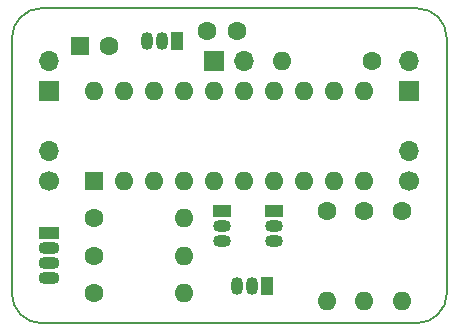
<source format=gbr>
G04 #@! TF.GenerationSoftware,KiCad,Pcbnew,5.0.0*
G04 #@! TF.CreationDate,2018-10-17T16:46:10-04:00*
G04 #@! TF.ProjectId,led-board,6C65642D626F6172642E6B696361645F,rev?*
G04 #@! TF.SameCoordinates,PX7c25018PY6350ce0*
G04 #@! TF.FileFunction,Copper,L1,Top,Signal*
G04 #@! TF.FilePolarity,Positive*
%FSLAX46Y46*%
G04 Gerber Fmt 4.6, Leading zero omitted, Abs format (unit mm)*
G04 Created by KiCad (PCBNEW 5.0.0) date Wed Oct 17 16:46:10 2018*
%MOMM*%
%LPD*%
G01*
G04 APERTURE LIST*
G04 #@! TA.AperFunction,NonConductor*
%ADD10C,0.150000*%
G04 #@! TD*
G04 #@! TA.AperFunction,ComponentPad*
%ADD11O,1.050000X1.500000*%
G04 #@! TD*
G04 #@! TA.AperFunction,ComponentPad*
%ADD12R,1.050000X1.500000*%
G04 #@! TD*
G04 #@! TA.AperFunction,ComponentPad*
%ADD13R,1.600000X1.600000*%
G04 #@! TD*
G04 #@! TA.AperFunction,ComponentPad*
%ADD14O,1.600000X1.600000*%
G04 #@! TD*
G04 #@! TA.AperFunction,ComponentPad*
%ADD15R,1.700000X1.700000*%
G04 #@! TD*
G04 #@! TA.AperFunction,ComponentPad*
%ADD16O,1.700000X1.700000*%
G04 #@! TD*
G04 #@! TA.AperFunction,ComponentPad*
%ADD17C,1.600000*%
G04 #@! TD*
G04 #@! TA.AperFunction,ComponentPad*
%ADD18C,1.700000*%
G04 #@! TD*
G04 #@! TA.AperFunction,ComponentPad*
%ADD19R,1.800000X1.070000*%
G04 #@! TD*
G04 #@! TA.AperFunction,ComponentPad*
%ADD20O,1.800000X1.070000*%
G04 #@! TD*
G04 #@! TA.AperFunction,ComponentPad*
%ADD21R,1.500000X1.050000*%
G04 #@! TD*
G04 #@! TA.AperFunction,ComponentPad*
%ADD22O,1.500000X1.050000*%
G04 #@! TD*
G04 APERTURE END LIST*
D10*
X34290000Y26670000D02*
G75*
G02X36830000Y24130000I0J-2540000D01*
G01*
X0Y24130000D02*
G75*
G02X2540000Y26670000I2540000J0D01*
G01*
X2540000Y0D02*
G75*
G02X0Y2540000I0J2540000D01*
G01*
X36830000Y2540000D02*
G75*
G02X34290000Y0I-2540000J0D01*
G01*
X0Y2540000D02*
X0Y24130000D01*
X34290000Y0D02*
X2540000Y0D01*
X36830000Y24130000D02*
X36830000Y2540000D01*
X2540000Y26670000D02*
X34290000Y26670000D01*
D11*
G04 #@! TO.P,Q2,2*
G04 #@! TO.N,/GREEN*
X20320000Y3175000D03*
G04 #@! TO.P,Q2,3*
G04 #@! TO.N,Net-(Q2-Pad3)*
X19050000Y3175000D03*
D12*
G04 #@! TO.P,Q2,1*
G04 #@! TO.N,GND*
X21590000Y3175000D03*
G04 #@! TD*
D13*
G04 #@! TO.P,U2,1*
G04 #@! TO.N,+3V3*
X6985000Y12065000D03*
D14*
G04 #@! TO.P,U2,11*
G04 #@! TO.N,Net-(U2-Pad11)*
X29845000Y19685000D03*
G04 #@! TO.P,U2,2*
G04 #@! TO.N,Net-(U2-Pad2)*
X9525000Y12065000D03*
G04 #@! TO.P,U2,12*
G04 #@! TO.N,/GREEN*
X27305000Y19685000D03*
G04 #@! TO.P,U2,3*
G04 #@! TO.N,/RX*
X12065000Y12065000D03*
G04 #@! TO.P,U2,13*
G04 #@! TO.N,Net-(U2-Pad13)*
X24765000Y19685000D03*
G04 #@! TO.P,U2,4*
G04 #@! TO.N,/TX*
X14605000Y12065000D03*
G04 #@! TO.P,U2,14*
G04 #@! TO.N,/BLUE*
X22225000Y19685000D03*
G04 #@! TO.P,U2,5*
G04 #@! TO.N,Net-(U2-Pad5)*
X17145000Y12065000D03*
G04 #@! TO.P,U2,15*
G04 #@! TO.N,Net-(U2-Pad15)*
X19685000Y19685000D03*
G04 #@! TO.P,U2,6*
G04 #@! TO.N,Net-(U2-Pad6)*
X19685000Y12065000D03*
G04 #@! TO.P,U2,16*
G04 #@! TO.N,/RESET*
X17145000Y19685000D03*
G04 #@! TO.P,U2,7*
G04 #@! TO.N,Net-(U2-Pad7)*
X22225000Y12065000D03*
G04 #@! TO.P,U2,17*
G04 #@! TO.N,/TEST*
X14605000Y19685000D03*
G04 #@! TO.P,U2,8*
G04 #@! TO.N,Net-(U2-Pad8)*
X24765000Y12065000D03*
G04 #@! TO.P,U2,18*
G04 #@! TO.N,Net-(U2-Pad18)*
X12065000Y19685000D03*
G04 #@! TO.P,U2,9*
G04 #@! TO.N,/RED*
X27305000Y12065000D03*
G04 #@! TO.P,U2,19*
G04 #@! TO.N,Net-(U2-Pad19)*
X9525000Y19685000D03*
G04 #@! TO.P,U2,10*
G04 #@! TO.N,Net-(U2-Pad10)*
X29845000Y12065000D03*
G04 #@! TO.P,U2,20*
G04 #@! TO.N,GND*
X6985000Y19685000D03*
G04 #@! TD*
D15*
G04 #@! TO.P,J5,1*
G04 #@! TO.N,/TEST*
X17145000Y22225000D03*
D16*
G04 #@! TO.P,J5,2*
G04 #@! TO.N,/RESET*
X19685000Y22225000D03*
G04 #@! TD*
G04 #@! TO.P,J3,2*
G04 #@! TO.N,GND*
X33655000Y22225000D03*
D15*
G04 #@! TO.P,J3,1*
G04 #@! TO.N,+5V*
X33655000Y19685000D03*
G04 #@! TD*
D14*
G04 #@! TO.P,R4,2*
G04 #@! TO.N,GND*
X33020000Y1905000D03*
D17*
G04 #@! TO.P,R4,1*
G04 #@! TO.N,/GREEN*
X33020000Y9525000D03*
G04 #@! TD*
D13*
G04 #@! TO.P,C1,1*
G04 #@! TO.N,+5V*
X5755000Y23495000D03*
D17*
G04 #@! TO.P,C1,2*
G04 #@! TO.N,GND*
X8255000Y23495000D03*
G04 #@! TD*
G04 #@! TO.P,C2,1*
G04 #@! TO.N,+3V3*
X19050000Y24765000D03*
G04 #@! TO.P,C2,2*
G04 #@! TO.N,GND*
X16550000Y24765000D03*
G04 #@! TD*
D18*
G04 #@! TO.P,J1,1*
G04 #@! TO.N,/RX*
X3175000Y12065000D03*
D16*
G04 #@! TO.P,J1,2*
G04 #@! TO.N,Net-(J1-Pad2)*
X3175000Y14605000D03*
G04 #@! TD*
G04 #@! TO.P,J2,2*
G04 #@! TO.N,GND*
X3175000Y22225000D03*
D15*
G04 #@! TO.P,J2,1*
G04 #@! TO.N,+5V*
X3175000Y19685000D03*
G04 #@! TD*
D18*
G04 #@! TO.P,J4,1*
G04 #@! TO.N,/TX*
X33655000Y12065000D03*
D16*
G04 #@! TO.P,J4,2*
G04 #@! TO.N,Net-(J1-Pad2)*
X33655000Y14605000D03*
G04 #@! TD*
D19*
G04 #@! TO.P,D1,1*
G04 #@! TO.N,Net-(D1-Pad1)*
X3175000Y7620000D03*
D20*
G04 #@! TO.P,D1,2*
G04 #@! TO.N,+5V*
X3175000Y6350000D03*
G04 #@! TO.P,D1,3*
G04 #@! TO.N,Net-(D1-Pad3)*
X3175000Y5080000D03*
G04 #@! TO.P,D1,4*
G04 #@! TO.N,Net-(D1-Pad4)*
X3175000Y3810000D03*
G04 #@! TD*
D12*
G04 #@! TO.P,U1,1*
G04 #@! TO.N,+3V3*
X13970000Y23876000D03*
D11*
G04 #@! TO.P,U1,3*
G04 #@! TO.N,+5V*
X11430000Y23876000D03*
G04 #@! TO.P,U1,2*
G04 #@! TO.N,GND*
X12700000Y23876000D03*
G04 #@! TD*
D21*
G04 #@! TO.P,Q1,1*
G04 #@! TO.N,GND*
X17780000Y9525000D03*
D22*
G04 #@! TO.P,Q1,3*
G04 #@! TO.N,Net-(Q1-Pad3)*
X17780000Y6985000D03*
G04 #@! TO.P,Q1,2*
G04 #@! TO.N,/RED*
X17780000Y8255000D03*
G04 #@! TD*
G04 #@! TO.P,Q3,2*
G04 #@! TO.N,/BLUE*
X22225000Y8255000D03*
G04 #@! TO.P,Q3,3*
G04 #@! TO.N,Net-(Q3-Pad3)*
X22225000Y6985000D03*
D21*
G04 #@! TO.P,Q3,1*
G04 #@! TO.N,GND*
X22225000Y9525000D03*
G04 #@! TD*
D17*
G04 #@! TO.P,R7,1*
G04 #@! TO.N,Net-(D1-Pad4)*
X6985000Y5715000D03*
D14*
G04 #@! TO.P,R7,2*
G04 #@! TO.N,Net-(Q3-Pad3)*
X14605000Y5715000D03*
G04 #@! TD*
G04 #@! TO.P,R3,2*
G04 #@! TO.N,Net-(Q1-Pad3)*
X14605000Y8890000D03*
D17*
G04 #@! TO.P,R3,1*
G04 #@! TO.N,Net-(D1-Pad1)*
X6985000Y8890000D03*
G04 #@! TD*
G04 #@! TO.P,R2,1*
G04 #@! TO.N,/RED*
X26670000Y9525000D03*
D14*
G04 #@! TO.P,R2,2*
G04 #@! TO.N,GND*
X26670000Y1905000D03*
G04 #@! TD*
G04 #@! TO.P,R1,2*
G04 #@! TO.N,/RESET*
X22860000Y22225000D03*
D17*
G04 #@! TO.P,R1,1*
G04 #@! TO.N,+3V3*
X30480000Y22225000D03*
G04 #@! TD*
D14*
G04 #@! TO.P,R5,2*
G04 #@! TO.N,Net-(Q2-Pad3)*
X14605000Y2540000D03*
D17*
G04 #@! TO.P,R5,1*
G04 #@! TO.N,Net-(D1-Pad3)*
X6985000Y2540000D03*
G04 #@! TD*
G04 #@! TO.P,R6,1*
G04 #@! TO.N,/BLUE*
X29845000Y9525000D03*
D14*
G04 #@! TO.P,R6,2*
G04 #@! TO.N,GND*
X29845000Y1905000D03*
G04 #@! TD*
M02*

</source>
